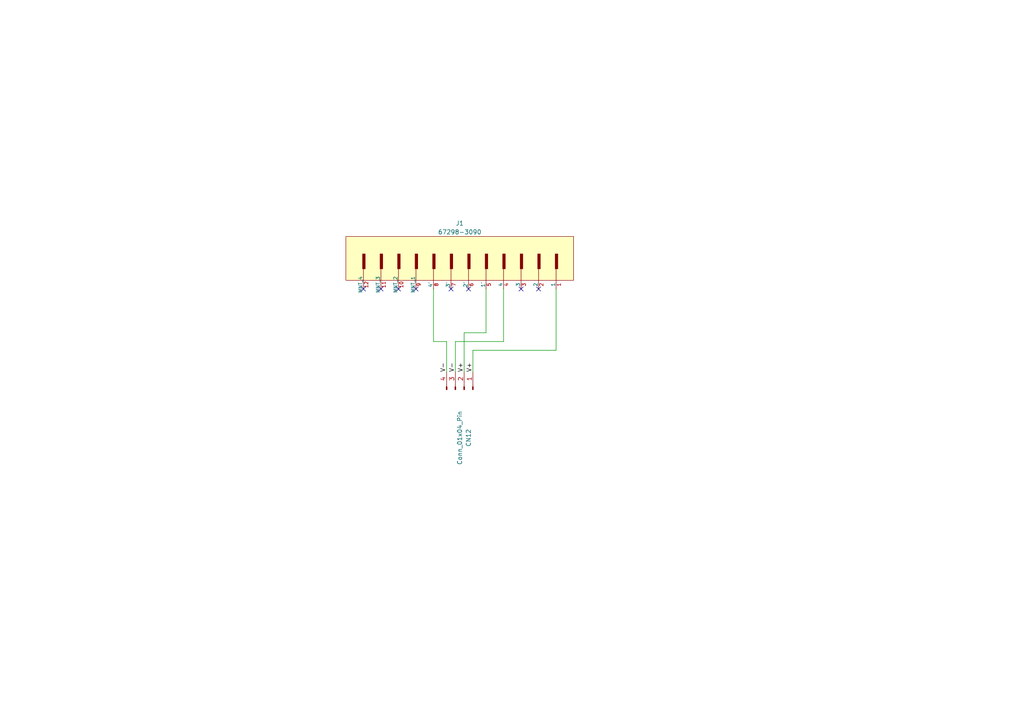
<source format=kicad_sch>
(kicad_sch (version 20230121) (generator eeschema)
  (paper "A4")
  (lib_symbols
    (symbol "Connector:Conn_01x04_Pin" (pin_names (offset 1.016) hide)
      (property "Reference" "J" (at 0 5.08 0))
      (property "Value" "Conn_01x04_Pin" (at 0 -7.62 0))
      (symbol "Conn_01x04_Pin_1_1"
        (polyline (pts (xy 1.27 -5.08) (xy 0.8636 -5.08)) (stroke (width 0.1524)))
        (polyline (pts (xy 1.27 -2.54) (xy 0.8636 -2.54)) (stroke (width 0.1524)))
        (polyline (pts (xy 1.27 0) (xy 0.8636 0)) (stroke (width 0.1524)))
        (polyline (pts (xy 1.27 2.54) (xy 0.8636 2.54)) (stroke (width 0.1524)))
        (rectangle (start 0.8636 -4.953) (end 0 -5.207) (stroke (width 0.1524)) (fill (type outline)))
        (rectangle (start 0.8636 -2.413) (end 0 -2.667) (stroke (width 0.1524)) (fill (type outline)))
        (rectangle (start 0.8636 0.127) (end 0 -0.127) (stroke (width 0.1524)) (fill (type outline)))
        (rectangle (start 0.8636 2.667) (end 0 2.413) (stroke (width 0.1524)) (fill (type outline)))
        (pin passive line (at 5.08 2.54 180) (length 3.81) (name "Pin_1") (number "1"))
        (pin passive line (at 5.08 0 180) (length 3.81) (name "Pin_2") (number "2"))
        (pin passive line (at 5.08 -2.54 180) (length 3.81) (name "Pin_3") (number "3"))
        (pin passive line (at 5.08 -5.08 180) (length 3.81) (name "Pin_4") (number "4"))
      )
    )
    (symbol "REB_Connector:67298-3090" (pin_names (offset 0))
      (property "Reference" "J" (at 0 7.62 0))
      (property "Value" "67298-3090" (at 0 10.16 0))
      (symbol "67298-3090_1_1"
        (rectangle (start -17.78 5.08) (end -5.08 -60.96) (fill (type background)))
        (rectangle (start -12.7 -55.372) (end -8.382 -56.134) (fill (type outline)))
        (rectangle (start -12.7 -50.292) (end -8.382 -51.054) (fill (type outline)))
        (rectangle (start -12.7 -45.212) (end -8.382 -45.974) (fill (type outline)))
        (rectangle (start -12.7 -40.132) (end -8.382 -40.894) (fill (type outline)))
        (rectangle (start -12.7 -35.052) (end -8.382 -35.814) (fill (type outline)))
        (rectangle (start -12.7 -29.972) (end -8.382 -30.734) (fill (type outline)))
        (rectangle (start -12.7 -24.892) (end -8.382 -25.654) (fill (type outline)))
        (rectangle (start -12.7 -19.812) (end -8.382 -20.574) (fill (type outline)))
        (rectangle (start -12.7 -14.732) (end -8.382 -15.494) (fill (type outline)))
        (rectangle (start -12.7 -9.652) (end -8.382 -10.414) (fill (type outline)))
        (rectangle (start -12.7 -4.572) (end -8.382 -5.334) (fill (type outline)))
        (rectangle (start -12.7 0.508) (end -8.382 -0.254) (fill (type outline)))
        (polyline (pts (xy -10.668 -55.88) (xy -5.08 -55.88)))
        (polyline (pts (xy -10.668 -50.8) (xy -5.08 -50.8)))
        (polyline (pts (xy -10.668 -45.72) (xy -5.08 -45.72)))
        (polyline (pts (xy -10.668 -40.64) (xy -5.08 -40.64)))
        (polyline (pts (xy -10.668 -35.56) (xy -5.08 -35.56)))
        (polyline (pts (xy -10.668 -30.48) (xy -5.08 -30.48)))
        (polyline (pts (xy -10.668 -25.4) (xy -5.08 -25.4)))
        (polyline (pts (xy -10.668 -20.32) (xy -5.08 -20.32)))
        (polyline (pts (xy -10.668 -15.24) (xy -5.08 -15.24)))
        (polyline (pts (xy -10.668 -10.16) (xy -5.08 -10.16)))
        (polyline (pts (xy -10.668 -5.08) (xy -5.08 -5.08)))
        (polyline (pts (xy -10.668 0) (xy -5.08 0)))
        (pin unspecified line (at -2.54 0 180) (length 2.54) (name "1") (number "1"))
        (pin unspecified line (at -2.54 -45.72 180) (length 2.54) (name "MNT_2") (number "10"))
        (pin unspecified line (at -2.54 -50.8 180) (length 2.54) (name "MNT_3") (number "11"))
        (pin unspecified line (at -2.54 -55.88 180) (length 2.54) (name "MNT_4") (number "12"))
        (pin unspecified line (at -2.54 -5.08 180) (length 2.54) (name "2") (number "2"))
        (pin unspecified line (at -2.54 -10.16 180) (length 2.54) (name "3") (number "3"))
        (pin unspecified line (at -2.54 -15.24 180) (length 2.54) (name "4") (number "4"))
        (pin unspecified line (at -2.54 -20.32 180) (length 2.54) (name "1'") (number "5"))
        (pin unspecified line (at -2.54 -25.4 180) (length 2.54) (name "2'") (number "6"))
        (pin unspecified line (at -2.54 -30.48 180) (length 2.54) (name "3'") (number "7"))
        (pin unspecified line (at -2.54 -35.56 180) (length 2.54) (name "4'") (number "8"))
        (pin unspecified line (at -2.54 -40.64 180) (length 2.54) (name "MNT_1") (number "9"))
      )
    )
  )
  (no_connect (at 110.49 83.82))
  (no_connect (at 115.57 83.82))
  (no_connect (at 156.21 83.82))
  (no_connect (at 105.41 83.82))
  (no_connect (at 135.89 83.82))
  (no_connect (at 151.13 83.82))
  (no_connect (at 130.81 83.82))
  (no_connect (at 120.65 83.82))
  (wire (pts (xy 125.73 99.06) (xy 129.54 99.06)))
  (wire (pts (xy 161.29 101.6) (xy 161.29 83.82)))
  (wire (pts (xy 134.62 96.52) (xy 140.97 96.52)))
  (wire (pts (xy 129.54 99.06) (xy 129.54 107.95)))
  (wire (pts (xy 125.73 83.82) (xy 125.73 99.06)))
  (wire (pts (xy 146.05 99.06) (xy 146.05 83.82)))
  (wire (pts (xy 132.08 99.06) (xy 146.05 99.06)))
  (wire (pts (xy 134.62 107.95) (xy 134.62 96.52)))
  (wire (pts (xy 137.16 107.95) (xy 137.16 101.6)))
  (wire (pts (xy 140.97 96.52) (xy 140.97 83.82)))
  (wire (pts (xy 137.16 101.6) (xy 161.29 101.6)))
  (wire (pts (xy 132.08 107.95) (xy 132.08 99.06)))
  (label "V-" (at 132.08 107.95 90))
  (label "V+" (at 134.62 107.95 90))
  (label "V-" (at 129.54 107.95 90))
  (label "V+" (at 137.16 107.95 90))
  (symbol (lib_id "REB_Connector:67298-3090") (at 161.29 86.36 270) (unit 1)
    (property "Reference" "J1" (at 133.35 64.77 90))
    (property "Value" "67298-3090" (at 133.35 67.31 90))
    (property "Footprint" "REB_Connector:Molex-67298-3090-0" (effects hide))
    (property "Datasheet" "http://datasheet.octopart.com/67298-3090-Molex-datasheet-166208.pdf" (effects hide))
    (property "category" "Conn" (effects hide))
    (property "digikey description" "USB - A, Stacked Receptacle Connector 8 Position Through Hole, Right Angle, Horizontal" (effects hide))
    (property "digikey part number" "WM4073-ND" (effects hide))
    (property "is connector" "yes" (effects hide))
    (property "is male" "yes" (effects hide))
    (property "lead free" "yes" (effects hide))
    (property "library id" "2fd3dec78e0e25be" (effects hide))
    (property "manufacturer" "Molex" (effects hide))
    (property "mouser part number" "538-67298-3090" (effects hide))
    (property "package" "CONN_USB_PTH_RA" (effects hide))
    (property "rohs" "yes" (effects hide))
    (property "temperature range high" "+50°C" (effects hide))
    (property "temperature range low" "0°C" (effects hide))
  )
  (symbol (lib_id "Connector:Conn_01x04_Pin") (at 134.62 113.03 270) (mirror x) (unit 1)
    (property "Reference" "CN12" (at 135.89 127 0))
    (property "Value" "Conn_01x04_Pin" (at 133.35 127 0))
    (property "Footprint" "REB_Connector:PinHeader_1x04_P2.54mm_Vertical" (effects hide))
  )
)
</source>
